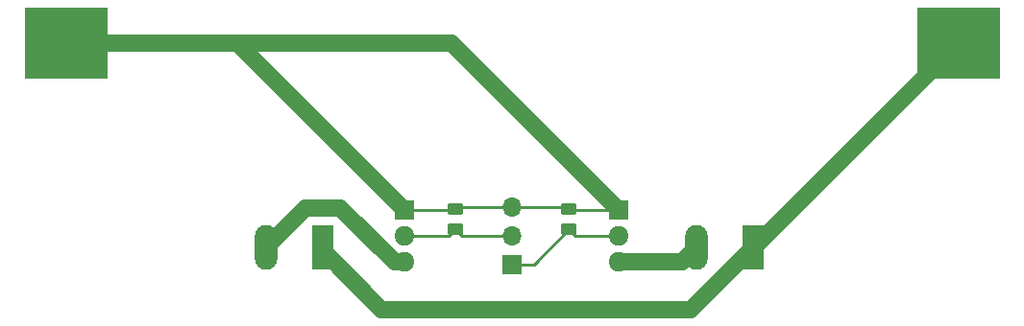
<source format=gbr>
%TF.GenerationSoftware,KiCad,Pcbnew,7.0.7*%
%TF.CreationDate,2023-11-29T00:46:18-05:00*%
%TF.ProjectId,charge_deployment,63686172-6765-45f6-9465-706c6f796d65,rev?*%
%TF.SameCoordinates,Original*%
%TF.FileFunction,Copper,L1,Top*%
%TF.FilePolarity,Positive*%
%FSLAX46Y46*%
G04 Gerber Fmt 4.6, Leading zero omitted, Abs format (unit mm)*
G04 Created by KiCad (PCBNEW 7.0.7) date 2023-11-29 00:46:18*
%MOMM*%
%LPD*%
G01*
G04 APERTURE LIST*
G04 Aperture macros list*
%AMRoundRect*
0 Rectangle with rounded corners*
0 $1 Rounding radius*
0 $2 $3 $4 $5 $6 $7 $8 $9 X,Y pos of 4 corners*
0 Add a 4 corners polygon primitive as box body*
4,1,4,$2,$3,$4,$5,$6,$7,$8,$9,$2,$3,0*
0 Add four circle primitives for the rounded corners*
1,1,$1+$1,$2,$3*
1,1,$1+$1,$4,$5*
1,1,$1+$1,$6,$7*
1,1,$1+$1,$8,$9*
0 Add four rect primitives between the rounded corners*
20,1,$1+$1,$2,$3,$4,$5,0*
20,1,$1+$1,$4,$5,$6,$7,0*
20,1,$1+$1,$6,$7,$8,$9,0*
20,1,$1+$1,$8,$9,$2,$3,0*%
G04 Aperture macros list end*
%TA.AperFunction,ComponentPad*%
%ADD10R,1.800000X1.717500*%
%TD*%
%TA.AperFunction,ComponentPad*%
%ADD11O,1.800000X1.717500*%
%TD*%
%TA.AperFunction,ComponentPad*%
%ADD12R,1.980000X3.960000*%
%TD*%
%TA.AperFunction,ComponentPad*%
%ADD13O,1.980000X3.960000*%
%TD*%
%TA.AperFunction,SMDPad,CuDef*%
%ADD14R,7.340000X6.350000*%
%TD*%
%TA.AperFunction,SMDPad,CuDef*%
%ADD15RoundRect,0.250000X-0.450000X0.262500X-0.450000X-0.262500X0.450000X-0.262500X0.450000X0.262500X0*%
%TD*%
%TA.AperFunction,ComponentPad*%
%ADD16R,1.700000X1.700000*%
%TD*%
%TA.AperFunction,ComponentPad*%
%ADD17O,1.700000X1.700000*%
%TD*%
%TA.AperFunction,Conductor*%
%ADD18C,1.500000*%
%TD*%
%TA.AperFunction,Conductor*%
%ADD19C,0.250000*%
%TD*%
G04 APERTURE END LIST*
D10*
%TO.P,Q1,1,S*%
%TO.N,/BAT_GND*%
X151880000Y-95710000D03*
D11*
%TO.P,Q1,2,G*%
%TO.N,/TRG1*%
X151880000Y-98000000D03*
%TO.P,Q1,3,D*%
%TO.N,/SW1_VCC*%
X151880000Y-100290000D03*
%TD*%
D12*
%TO.P,J2,1,Pin_1*%
%TO.N,/BAT_VCC*%
X163765000Y-99000000D03*
D13*
%TO.P,J2,2,Pin_2*%
%TO.N,/SW1_VCC*%
X158765000Y-99000000D03*
%TD*%
D14*
%TO.P,BT1,1,+*%
%TO.N,/BAT_VCC*%
X181830000Y-81000000D03*
%TO.P,BT1,2,-*%
%TO.N,/BAT_GND*%
X103170000Y-81000000D03*
%TD*%
D10*
%TO.P,Q2,1,S*%
%TO.N,/BAT_GND*%
X133000000Y-95710000D03*
D11*
%TO.P,Q2,2,G*%
%TO.N,/TRG2*%
X133000000Y-98000000D03*
%TO.P,Q2,3,D*%
%TO.N,/SW2_VCC*%
X133000000Y-100290000D03*
%TD*%
D15*
%TO.P,R2,1*%
%TO.N,/BAT_GND*%
X147500000Y-95587500D03*
%TO.P,R2,2*%
%TO.N,/TRG1*%
X147500000Y-97412500D03*
%TD*%
%TO.P,R1,1*%
%TO.N,/BAT_GND*%
X137500000Y-95587500D03*
%TO.P,R1,2*%
%TO.N,/TRG2*%
X137500000Y-97412500D03*
%TD*%
D12*
%TO.P,J3,1,Pin_1*%
%TO.N,/BAT_VCC*%
X125765000Y-99000000D03*
D13*
%TO.P,J3,2,Pin_2*%
%TO.N,/SW2_VCC*%
X120765000Y-99000000D03*
%TD*%
D16*
%TO.P,J1,1,Pin_1*%
%TO.N,/TRG1*%
X142500000Y-100500000D03*
D17*
%TO.P,J1,2,Pin_2*%
%TO.N,/TRG2*%
X142500000Y-97960000D03*
%TO.P,J1,3,Pin_3*%
%TO.N,/BAT_GND*%
X142500000Y-95420000D03*
%TD*%
D18*
%TO.N,/BAT_VCC*%
X131000000Y-104500000D02*
X125765000Y-99265000D01*
X163830000Y-99000000D02*
X181830000Y-81000000D01*
X158265000Y-104500000D02*
X131000000Y-104500000D01*
X179265000Y-80500000D02*
X181730000Y-80500000D01*
X125765000Y-99265000D02*
X125765000Y-99000000D01*
D19*
X163765000Y-99000000D02*
X163830000Y-99000000D01*
D18*
X163765000Y-99000000D02*
X158265000Y-104500000D01*
D19*
%TO.N,/BAT_GND*%
X147500000Y-95587500D02*
X147622500Y-95710000D01*
X137377500Y-95710000D02*
X133000000Y-95710000D01*
D18*
X151880000Y-95710000D02*
X137500000Y-81330000D01*
D19*
X118290000Y-81000000D02*
X118000000Y-81000000D01*
X137500000Y-95587500D02*
X137667500Y-95420000D01*
X137500000Y-95587500D02*
X137377500Y-95710000D01*
D18*
X137500000Y-81330000D02*
X137170000Y-81000000D01*
X137170000Y-81000000D02*
X118000000Y-81000000D01*
D19*
X147332500Y-95420000D02*
X142500000Y-95420000D01*
X137667500Y-95420000D02*
X142500000Y-95420000D01*
X147500000Y-95587500D02*
X147332500Y-95420000D01*
D18*
X133000000Y-95710000D02*
X118290000Y-81000000D01*
D19*
X147622500Y-95710000D02*
X151880000Y-95710000D01*
D18*
X118000000Y-81000000D02*
X103170000Y-81000000D01*
%TO.N,/SW1_VCC*%
X151880000Y-100290000D02*
X157475000Y-100290000D01*
X157475000Y-100290000D02*
X158765000Y-99000000D01*
%TO.N,/SW2_VCC*%
X132145000Y-100290000D02*
X127355000Y-95500000D01*
X124265000Y-95500000D02*
X120765000Y-99000000D01*
X127355000Y-95500000D02*
X124265000Y-95500000D01*
X133000000Y-100290000D02*
X132145000Y-100290000D01*
D19*
%TO.N,/TRG1*%
X142500000Y-100500000D02*
X144412500Y-100500000D01*
X147500000Y-97412500D02*
X148087500Y-98000000D01*
X144412500Y-100500000D02*
X147500000Y-97412500D01*
X148087500Y-98000000D02*
X151880000Y-98000000D01*
%TO.N,/TRG2*%
X142500000Y-97960000D02*
X138047500Y-97960000D01*
X137500000Y-97412500D02*
X136912500Y-98000000D01*
X138047500Y-97960000D02*
X137500000Y-97412500D01*
X136912500Y-98000000D02*
X133000000Y-98000000D01*
%TD*%
M02*

</source>
